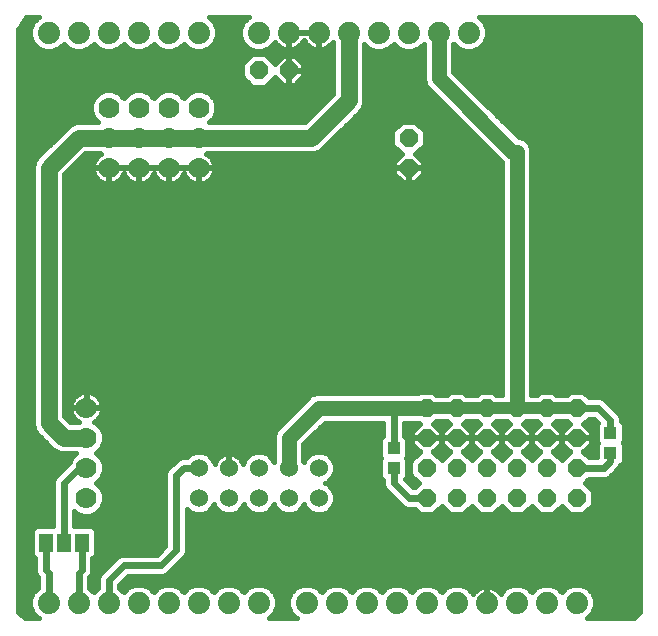
<source format=gbl>
G75*
%MOIN*%
%OFA0B0*%
%FSLAX25Y25*%
%IPPOS*%
%LPD*%
%AMOC8*
5,1,8,0,0,1.08239X$1,22.5*
%
%ADD10C,0.07000*%
%ADD11R,0.04331X0.03937*%
%ADD12R,0.04600X0.06300*%
%ADD13C,0.07400*%
%ADD14OC8,0.06000*%
%ADD15C,0.06000*%
%ADD16C,0.01600*%
%ADD17C,0.02400*%
%ADD18C,0.04000*%
%ADD19C,0.05000*%
%ADD20C,0.05600*%
D10*
X0080095Y0088933D03*
X0080095Y0098933D03*
X0080095Y0108933D03*
X0080095Y0118933D03*
X0087595Y0198933D03*
X0097595Y0198933D03*
X0107595Y0198933D03*
X0117595Y0198933D03*
X0117595Y0208933D03*
X0107595Y0208933D03*
X0097595Y0208933D03*
X0087595Y0208933D03*
X0087595Y0218933D03*
X0097595Y0218933D03*
X0107595Y0218933D03*
X0117595Y0218933D03*
D11*
X0254795Y0110580D03*
X0254795Y0103887D03*
X0182595Y0105580D03*
X0182595Y0098887D03*
D12*
X0078595Y0073983D03*
X0072595Y0073983D03*
X0066595Y0073983D03*
D13*
X0067595Y0053933D03*
X0077595Y0053933D03*
X0087595Y0053933D03*
X0097595Y0053933D03*
X0107595Y0053933D03*
X0117595Y0053933D03*
X0127595Y0053933D03*
X0137595Y0053933D03*
X0153595Y0053933D03*
X0163595Y0053933D03*
X0173595Y0053933D03*
X0183595Y0053933D03*
X0193595Y0053933D03*
X0203595Y0053933D03*
X0213595Y0053933D03*
X0223595Y0053933D03*
X0233595Y0053933D03*
X0243595Y0053933D03*
X0207595Y0243933D03*
X0197595Y0243933D03*
X0187595Y0243933D03*
X0177595Y0243933D03*
X0167595Y0243933D03*
X0157595Y0243933D03*
X0147595Y0243933D03*
X0137595Y0243933D03*
X0117595Y0243933D03*
X0107595Y0243933D03*
X0097595Y0243933D03*
X0087595Y0243933D03*
X0077595Y0243933D03*
X0067595Y0243933D03*
D14*
X0137595Y0231433D03*
X0147595Y0231433D03*
X0187595Y0208933D03*
X0187595Y0198933D03*
X0193595Y0118933D03*
X0193595Y0108933D03*
X0203595Y0108933D03*
X0203595Y0118933D03*
X0213595Y0118933D03*
X0213595Y0108933D03*
X0223595Y0108933D03*
X0233595Y0108933D03*
X0233595Y0118933D03*
X0223595Y0118933D03*
X0243595Y0118933D03*
X0243595Y0108933D03*
X0243595Y0098933D03*
X0233595Y0098933D03*
X0223595Y0098933D03*
X0213595Y0098933D03*
X0203595Y0098933D03*
X0193595Y0098933D03*
X0193595Y0088933D03*
X0203595Y0088933D03*
X0213595Y0088933D03*
X0223595Y0088933D03*
X0233595Y0088933D03*
X0243595Y0088933D03*
D15*
X0157595Y0088933D03*
X0147595Y0088933D03*
X0137595Y0088933D03*
X0127595Y0088933D03*
X0117595Y0088933D03*
X0117595Y0098933D03*
X0127595Y0098933D03*
X0137595Y0098933D03*
X0147595Y0098933D03*
X0157595Y0098933D03*
D16*
X0059583Y0048733D02*
X0057395Y0050921D01*
X0057395Y0244980D01*
X0060164Y0249133D01*
X0064209Y0249133D01*
X0064140Y0249104D01*
X0062424Y0247388D01*
X0061495Y0245146D01*
X0061495Y0242720D01*
X0062424Y0240478D01*
X0064140Y0238762D01*
X0066382Y0237833D01*
X0068809Y0237833D01*
X0071051Y0238762D01*
X0072595Y0240306D01*
X0074140Y0238762D01*
X0076382Y0237833D01*
X0078809Y0237833D01*
X0081051Y0238762D01*
X0082595Y0240306D01*
X0084140Y0238762D01*
X0086382Y0237833D01*
X0088809Y0237833D01*
X0091051Y0238762D01*
X0092595Y0240306D01*
X0094140Y0238762D01*
X0096382Y0237833D01*
X0098809Y0237833D01*
X0101051Y0238762D01*
X0102595Y0240306D01*
X0104140Y0238762D01*
X0106382Y0237833D01*
X0108809Y0237833D01*
X0111051Y0238762D01*
X0112595Y0240306D01*
X0114140Y0238762D01*
X0116382Y0237833D01*
X0118809Y0237833D01*
X0121051Y0238762D01*
X0122766Y0240478D01*
X0123695Y0242720D01*
X0123695Y0245146D01*
X0122766Y0247388D01*
X0121051Y0249104D01*
X0120981Y0249133D01*
X0134209Y0249133D01*
X0134140Y0249104D01*
X0132424Y0247388D01*
X0131495Y0245146D01*
X0131495Y0242720D01*
X0132424Y0240478D01*
X0134140Y0238762D01*
X0136382Y0237833D01*
X0138809Y0237833D01*
X0141051Y0238762D01*
X0142766Y0240478D01*
X0142963Y0240952D01*
X0143400Y0240350D01*
X0144012Y0239738D01*
X0144713Y0239229D01*
X0145484Y0238836D01*
X0146307Y0238569D01*
X0147162Y0238433D01*
X0147395Y0238433D01*
X0147395Y0243733D01*
X0147795Y0243733D01*
X0147795Y0238433D01*
X0148028Y0238433D01*
X0148883Y0238569D01*
X0149706Y0238836D01*
X0150478Y0239229D01*
X0151178Y0239738D01*
X0151790Y0240350D01*
X0152299Y0241050D01*
X0152595Y0241631D01*
X0152891Y0241050D01*
X0153400Y0240350D01*
X0154012Y0239738D01*
X0154713Y0239229D01*
X0155484Y0238836D01*
X0156307Y0238569D01*
X0157162Y0238433D01*
X0157395Y0238433D01*
X0157395Y0243733D01*
X0147795Y0243733D01*
X0147795Y0244133D01*
X0153095Y0244133D01*
X0157395Y0244133D01*
X0157395Y0243733D01*
X0157795Y0243733D01*
X0157795Y0238433D01*
X0158028Y0238433D01*
X0158883Y0238569D01*
X0159706Y0238836D01*
X0160478Y0239229D01*
X0161178Y0239738D01*
X0161790Y0240350D01*
X0162227Y0240952D01*
X0162395Y0240547D01*
X0162395Y0223587D01*
X0152941Y0214133D01*
X0121139Y0214133D01*
X0122597Y0215591D01*
X0123495Y0217759D01*
X0123495Y0220107D01*
X0122597Y0222275D01*
X0120937Y0223935D01*
X0118769Y0224833D01*
X0116422Y0224833D01*
X0114253Y0223935D01*
X0112595Y0222277D01*
X0110937Y0223935D01*
X0108769Y0224833D01*
X0106422Y0224833D01*
X0104253Y0223935D01*
X0102595Y0222277D01*
X0100937Y0223935D01*
X0098769Y0224833D01*
X0096422Y0224833D01*
X0094253Y0223935D01*
X0092595Y0222277D01*
X0090937Y0223935D01*
X0088769Y0224833D01*
X0086422Y0224833D01*
X0084253Y0223935D01*
X0082593Y0222275D01*
X0081695Y0220107D01*
X0081695Y0217759D01*
X0082593Y0215591D01*
X0084051Y0214133D01*
X0076561Y0214133D01*
X0074650Y0213341D01*
X0063187Y0201879D01*
X0062395Y0199967D01*
X0062395Y0112899D01*
X0063187Y0110987D01*
X0068187Y0105988D01*
X0068187Y0105987D01*
X0069650Y0104525D01*
X0071561Y0103733D01*
X0076551Y0103733D01*
X0075093Y0102275D01*
X0074561Y0100990D01*
X0074543Y0100972D01*
X0069543Y0095972D01*
X0068995Y0094649D01*
X0068995Y0079533D01*
X0063818Y0079533D01*
X0062936Y0079168D01*
X0062261Y0078493D01*
X0061895Y0077610D01*
X0061895Y0070356D01*
X0062261Y0069474D01*
X0062936Y0068798D01*
X0062995Y0068774D01*
X0062995Y0064217D01*
X0063543Y0062894D01*
X0063995Y0062442D01*
X0063995Y0058960D01*
X0062424Y0057388D01*
X0061495Y0055146D01*
X0061495Y0052720D01*
X0062424Y0050478D01*
X0064140Y0048762D01*
X0064209Y0048733D01*
X0059583Y0048733D01*
X0058268Y0050048D02*
X0062853Y0050048D01*
X0061940Y0051647D02*
X0057395Y0051647D01*
X0057395Y0053245D02*
X0061495Y0053245D01*
X0061495Y0054844D02*
X0057395Y0054844D01*
X0057395Y0056442D02*
X0062032Y0056442D01*
X0063076Y0058041D02*
X0057395Y0058041D01*
X0057395Y0059639D02*
X0063995Y0059639D01*
X0063995Y0061238D02*
X0057395Y0061238D01*
X0057395Y0062836D02*
X0063601Y0062836D01*
X0062995Y0064435D02*
X0057395Y0064435D01*
X0057395Y0066033D02*
X0062995Y0066033D01*
X0062995Y0067632D02*
X0057395Y0067632D01*
X0057395Y0069230D02*
X0062504Y0069230D01*
X0061895Y0070829D02*
X0057395Y0070829D01*
X0057395Y0072427D02*
X0061895Y0072427D01*
X0061895Y0074026D02*
X0057395Y0074026D01*
X0057395Y0075624D02*
X0061895Y0075624D01*
X0061895Y0077223D02*
X0057395Y0077223D01*
X0057395Y0078821D02*
X0062589Y0078821D01*
X0057395Y0080420D02*
X0068995Y0080420D01*
X0068995Y0082018D02*
X0057395Y0082018D01*
X0057395Y0083617D02*
X0068995Y0083617D01*
X0068995Y0085215D02*
X0057395Y0085215D01*
X0057395Y0086814D02*
X0068995Y0086814D01*
X0068995Y0088412D02*
X0057395Y0088412D01*
X0057395Y0090011D02*
X0068995Y0090011D01*
X0068995Y0091610D02*
X0057395Y0091610D01*
X0057395Y0093208D02*
X0068995Y0093208D01*
X0069060Y0094807D02*
X0057395Y0094807D01*
X0057395Y0096405D02*
X0069976Y0096405D01*
X0071574Y0098004D02*
X0057395Y0098004D01*
X0057395Y0099602D02*
X0073173Y0099602D01*
X0074648Y0101201D02*
X0057395Y0101201D01*
X0057395Y0102799D02*
X0075617Y0102799D01*
X0069956Y0104398D02*
X0057395Y0104398D01*
X0057395Y0105996D02*
X0068178Y0105996D01*
X0066580Y0107595D02*
X0057395Y0107595D01*
X0057395Y0109193D02*
X0064981Y0109193D01*
X0063383Y0110792D02*
X0057395Y0110792D01*
X0057395Y0112390D02*
X0062606Y0112390D01*
X0062395Y0113989D02*
X0057395Y0113989D01*
X0057395Y0115587D02*
X0062395Y0115587D01*
X0062395Y0117186D02*
X0057395Y0117186D01*
X0057395Y0118784D02*
X0062395Y0118784D01*
X0062395Y0120383D02*
X0057395Y0120383D01*
X0057395Y0121981D02*
X0062395Y0121981D01*
X0062395Y0123580D02*
X0057395Y0123580D01*
X0057395Y0125178D02*
X0062395Y0125178D01*
X0062395Y0126777D02*
X0057395Y0126777D01*
X0057395Y0128375D02*
X0062395Y0128375D01*
X0062395Y0129974D02*
X0057395Y0129974D01*
X0057395Y0131572D02*
X0062395Y0131572D01*
X0062395Y0133171D02*
X0057395Y0133171D01*
X0057395Y0134769D02*
X0062395Y0134769D01*
X0062395Y0136368D02*
X0057395Y0136368D01*
X0057395Y0137966D02*
X0062395Y0137966D01*
X0062395Y0139565D02*
X0057395Y0139565D01*
X0057395Y0141163D02*
X0062395Y0141163D01*
X0062395Y0142762D02*
X0057395Y0142762D01*
X0057395Y0144360D02*
X0062395Y0144360D01*
X0062395Y0145959D02*
X0057395Y0145959D01*
X0057395Y0147557D02*
X0062395Y0147557D01*
X0062395Y0149156D02*
X0057395Y0149156D01*
X0057395Y0150754D02*
X0062395Y0150754D01*
X0062395Y0152353D02*
X0057395Y0152353D01*
X0057395Y0153951D02*
X0062395Y0153951D01*
X0062395Y0155550D02*
X0057395Y0155550D01*
X0057395Y0157148D02*
X0062395Y0157148D01*
X0062395Y0158747D02*
X0057395Y0158747D01*
X0057395Y0160345D02*
X0062395Y0160345D01*
X0062395Y0161944D02*
X0057395Y0161944D01*
X0057395Y0163543D02*
X0062395Y0163543D01*
X0062395Y0165141D02*
X0057395Y0165141D01*
X0057395Y0166740D02*
X0062395Y0166740D01*
X0062395Y0168338D02*
X0057395Y0168338D01*
X0057395Y0169937D02*
X0062395Y0169937D01*
X0062395Y0171535D02*
X0057395Y0171535D01*
X0057395Y0173134D02*
X0062395Y0173134D01*
X0062395Y0174732D02*
X0057395Y0174732D01*
X0057395Y0176331D02*
X0062395Y0176331D01*
X0062395Y0177929D02*
X0057395Y0177929D01*
X0057395Y0179528D02*
X0062395Y0179528D01*
X0062395Y0181126D02*
X0057395Y0181126D01*
X0057395Y0182725D02*
X0062395Y0182725D01*
X0062395Y0184323D02*
X0057395Y0184323D01*
X0057395Y0185922D02*
X0062395Y0185922D01*
X0062395Y0187520D02*
X0057395Y0187520D01*
X0057395Y0189119D02*
X0062395Y0189119D01*
X0062395Y0190717D02*
X0057395Y0190717D01*
X0057395Y0192316D02*
X0062395Y0192316D01*
X0062395Y0193914D02*
X0057395Y0193914D01*
X0057395Y0195513D02*
X0062395Y0195513D01*
X0062395Y0197111D02*
X0057395Y0197111D01*
X0057395Y0198710D02*
X0062395Y0198710D01*
X0062536Y0200308D02*
X0057395Y0200308D01*
X0057395Y0201907D02*
X0063215Y0201907D01*
X0064813Y0203505D02*
X0057395Y0203505D01*
X0057395Y0205104D02*
X0066412Y0205104D01*
X0068010Y0206702D02*
X0057395Y0206702D01*
X0057395Y0208301D02*
X0069609Y0208301D01*
X0071208Y0209899D02*
X0057395Y0209899D01*
X0057395Y0211498D02*
X0072806Y0211498D01*
X0074405Y0213096D02*
X0057395Y0213096D01*
X0057395Y0214695D02*
X0083489Y0214695D01*
X0082302Y0216293D02*
X0057395Y0216293D01*
X0057395Y0217892D02*
X0081695Y0217892D01*
X0081695Y0219490D02*
X0057395Y0219490D01*
X0057395Y0221089D02*
X0082102Y0221089D01*
X0083006Y0222687D02*
X0057395Y0222687D01*
X0057395Y0224286D02*
X0085101Y0224286D01*
X0090090Y0224286D02*
X0095101Y0224286D01*
X0093006Y0222687D02*
X0092185Y0222687D01*
X0100090Y0224286D02*
X0105101Y0224286D01*
X0103006Y0222687D02*
X0102185Y0222687D01*
X0110090Y0224286D02*
X0115101Y0224286D01*
X0113006Y0222687D02*
X0112185Y0222687D01*
X0120090Y0224286D02*
X0162395Y0224286D01*
X0162395Y0225884D02*
X0057395Y0225884D01*
X0057395Y0227483D02*
X0133908Y0227483D01*
X0135358Y0226033D02*
X0132195Y0229196D01*
X0132195Y0233670D01*
X0135358Y0236833D01*
X0139832Y0236833D01*
X0142995Y0233670D01*
X0142995Y0233621D01*
X0145607Y0236233D01*
X0147395Y0236233D01*
X0147395Y0231633D01*
X0147795Y0231633D01*
X0147795Y0236233D01*
X0149583Y0236233D01*
X0152395Y0233421D01*
X0152395Y0231633D01*
X0147795Y0231633D01*
X0147795Y0231233D01*
X0147795Y0226633D01*
X0149583Y0226633D01*
X0152395Y0229445D01*
X0152395Y0231233D01*
X0147795Y0231233D01*
X0147395Y0231233D01*
X0147395Y0226633D01*
X0145607Y0226633D01*
X0142995Y0229245D01*
X0142995Y0229196D01*
X0139832Y0226033D01*
X0135358Y0226033D01*
X0132310Y0229081D02*
X0057395Y0229081D01*
X0057395Y0230680D02*
X0132195Y0230680D01*
X0132195Y0232279D02*
X0057395Y0232279D01*
X0057395Y0233877D02*
X0132402Y0233877D01*
X0134001Y0235476D02*
X0057395Y0235476D01*
X0057395Y0237074D02*
X0162395Y0237074D01*
X0162395Y0235476D02*
X0150341Y0235476D01*
X0151939Y0233877D02*
X0162395Y0233877D01*
X0162395Y0232279D02*
X0152395Y0232279D01*
X0152395Y0230680D02*
X0162395Y0230680D01*
X0162395Y0229081D02*
X0152032Y0229081D01*
X0150433Y0227483D02*
X0162395Y0227483D01*
X0161496Y0222687D02*
X0122185Y0222687D01*
X0123088Y0221089D02*
X0159897Y0221089D01*
X0158299Y0219490D02*
X0123495Y0219490D01*
X0123495Y0217892D02*
X0156700Y0217892D01*
X0155102Y0216293D02*
X0122888Y0216293D01*
X0121701Y0214695D02*
X0153503Y0214695D01*
X0160218Y0206702D02*
X0182195Y0206702D01*
X0182195Y0206696D02*
X0185358Y0203533D01*
X0185407Y0203533D01*
X0182795Y0200921D01*
X0182795Y0199133D01*
X0187395Y0199133D01*
X0187395Y0198733D01*
X0182795Y0198733D01*
X0182795Y0196945D01*
X0185607Y0194133D01*
X0187395Y0194133D01*
X0187395Y0198733D01*
X0187795Y0198733D01*
X0187795Y0194133D01*
X0189583Y0194133D01*
X0192395Y0196945D01*
X0192395Y0198733D01*
X0187795Y0198733D01*
X0187795Y0199133D01*
X0192395Y0199133D01*
X0192395Y0200921D01*
X0189783Y0203533D01*
X0189832Y0203533D01*
X0192995Y0206696D01*
X0192995Y0211170D01*
X0189832Y0214333D01*
X0185358Y0214333D01*
X0182195Y0211170D01*
X0182195Y0206696D01*
X0182195Y0208301D02*
X0161817Y0208301D01*
X0163415Y0209899D02*
X0182195Y0209899D01*
X0182523Y0211498D02*
X0165014Y0211498D01*
X0166612Y0213096D02*
X0184122Y0213096D01*
X0191069Y0213096D02*
X0206502Y0213096D01*
X0208101Y0211498D02*
X0192667Y0211498D01*
X0192995Y0209899D02*
X0209699Y0209899D01*
X0211298Y0208301D02*
X0192995Y0208301D01*
X0192995Y0206702D02*
X0212896Y0206702D01*
X0214495Y0205104D02*
X0191403Y0205104D01*
X0189811Y0203505D02*
X0216093Y0203505D01*
X0217692Y0201907D02*
X0191410Y0201907D01*
X0192395Y0200308D02*
X0218695Y0200308D01*
X0218695Y0200903D02*
X0218695Y0123333D01*
X0216832Y0123333D01*
X0215832Y0124333D01*
X0211358Y0124333D01*
X0210358Y0123333D01*
X0206832Y0123333D01*
X0205832Y0124333D01*
X0201358Y0124333D01*
X0200358Y0123333D01*
X0196832Y0123333D01*
X0195832Y0124333D01*
X0191358Y0124333D01*
X0190858Y0123833D01*
X0156620Y0123833D01*
X0154820Y0123087D01*
X0153441Y0121709D01*
X0153441Y0121709D01*
X0143441Y0111709D01*
X0142695Y0109908D01*
X0142695Y0101214D01*
X0142595Y0100973D01*
X0142173Y0101992D01*
X0140654Y0103511D01*
X0138669Y0104333D01*
X0136521Y0104333D01*
X0134536Y0103511D01*
X0133017Y0101992D01*
X0132250Y0100140D01*
X0132043Y0100776D01*
X0131700Y0101449D01*
X0131256Y0102060D01*
X0130722Y0102594D01*
X0130111Y0103038D01*
X0129438Y0103381D01*
X0128719Y0103615D01*
X0127973Y0103733D01*
X0127795Y0103733D01*
X0127795Y0099133D01*
X0127395Y0099133D01*
X0127395Y0103733D01*
X0127217Y0103733D01*
X0126471Y0103615D01*
X0125753Y0103381D01*
X0125079Y0103038D01*
X0124468Y0102594D01*
X0123934Y0102060D01*
X0123490Y0101449D01*
X0123147Y0100776D01*
X0122940Y0100140D01*
X0122173Y0101992D01*
X0120654Y0103511D01*
X0118669Y0104333D01*
X0116521Y0104333D01*
X0114536Y0103511D01*
X0113558Y0102533D01*
X0111879Y0102533D01*
X0110556Y0101985D01*
X0107043Y0098472D01*
X0106495Y0097149D01*
X0106495Y0072924D01*
X0103604Y0070033D01*
X0091879Y0070033D01*
X0090556Y0069485D01*
X0089543Y0068472D01*
X0084543Y0063472D01*
X0083995Y0062149D01*
X0083995Y0058960D01*
X0082595Y0057560D01*
X0081195Y0058960D01*
X0081195Y0062542D01*
X0081647Y0062994D01*
X0082195Y0064317D01*
X0082195Y0068774D01*
X0082255Y0068798D01*
X0082930Y0069474D01*
X0083295Y0070356D01*
X0083295Y0077610D01*
X0082930Y0078493D01*
X0082255Y0079168D01*
X0081373Y0079533D01*
X0076195Y0079533D01*
X0076195Y0084489D01*
X0076753Y0083931D01*
X0078922Y0083033D01*
X0081269Y0083033D01*
X0083437Y0083931D01*
X0085097Y0085591D01*
X0085995Y0087759D01*
X0085995Y0090107D01*
X0085097Y0092275D01*
X0083439Y0093933D01*
X0085097Y0095591D01*
X0085995Y0097759D01*
X0085995Y0100107D01*
X0085097Y0102275D01*
X0083439Y0103933D01*
X0085097Y0105591D01*
X0085995Y0107759D01*
X0085995Y0110107D01*
X0085097Y0112275D01*
X0083437Y0113935D01*
X0082622Y0114272D01*
X0082873Y0114400D01*
X0083548Y0114890D01*
X0084138Y0115480D01*
X0084628Y0116155D01*
X0085007Y0116899D01*
X0085265Y0117692D01*
X0085395Y0118516D01*
X0085395Y0118733D01*
X0080295Y0118733D01*
X0080295Y0119133D01*
X0079895Y0119133D01*
X0079895Y0118733D01*
X0074795Y0118733D01*
X0074795Y0118516D01*
X0074926Y0117692D01*
X0075183Y0116899D01*
X0075562Y0116155D01*
X0076053Y0115480D01*
X0076642Y0114890D01*
X0077317Y0114400D01*
X0077568Y0114272D01*
X0077232Y0114133D01*
X0074749Y0114133D01*
X0072795Y0116087D01*
X0072795Y0196779D01*
X0079749Y0203733D01*
X0084732Y0203733D01*
X0085068Y0203594D01*
X0084817Y0203466D01*
X0084142Y0202976D01*
X0083553Y0202386D01*
X0083062Y0201711D01*
X0082683Y0200968D01*
X0082426Y0200174D01*
X0082295Y0199350D01*
X0082295Y0199133D01*
X0087395Y0199133D01*
X0087395Y0198733D01*
X0082295Y0198733D01*
X0082295Y0198516D01*
X0082426Y0197692D01*
X0082683Y0196899D01*
X0083062Y0196155D01*
X0083553Y0195480D01*
X0084142Y0194890D01*
X0084817Y0194400D01*
X0085561Y0194021D01*
X0086354Y0193764D01*
X0087178Y0193633D01*
X0087395Y0193633D01*
X0087395Y0198733D01*
X0087795Y0198733D01*
X0087795Y0193633D01*
X0088012Y0193633D01*
X0088836Y0193764D01*
X0089630Y0194021D01*
X0090373Y0194400D01*
X0091048Y0194890D01*
X0091638Y0195480D01*
X0092128Y0196155D01*
X0092507Y0196899D01*
X0092595Y0197170D01*
X0092683Y0196899D01*
X0093062Y0196155D01*
X0093553Y0195480D01*
X0094142Y0194890D01*
X0094817Y0194400D01*
X0095561Y0194021D01*
X0096354Y0193764D01*
X0097178Y0193633D01*
X0097395Y0193633D01*
X0097395Y0198733D01*
X0087795Y0198733D01*
X0087795Y0199133D01*
X0092895Y0199133D01*
X0097395Y0199133D01*
X0097395Y0198733D01*
X0097795Y0198733D01*
X0097795Y0193633D01*
X0098012Y0193633D01*
X0098836Y0193764D01*
X0099630Y0194021D01*
X0100373Y0194400D01*
X0101048Y0194890D01*
X0101638Y0195480D01*
X0102128Y0196155D01*
X0102507Y0196899D01*
X0102595Y0197170D01*
X0102683Y0196899D01*
X0103062Y0196155D01*
X0103553Y0195480D01*
X0104142Y0194890D01*
X0104817Y0194400D01*
X0105561Y0194021D01*
X0106354Y0193764D01*
X0107178Y0193633D01*
X0107395Y0193633D01*
X0107395Y0198733D01*
X0097795Y0198733D01*
X0097795Y0199133D01*
X0102895Y0199133D01*
X0107395Y0199133D01*
X0107395Y0198733D01*
X0107795Y0198733D01*
X0107795Y0193633D01*
X0108012Y0193633D01*
X0108836Y0193764D01*
X0109630Y0194021D01*
X0110373Y0194400D01*
X0111048Y0194890D01*
X0111638Y0195480D01*
X0112128Y0196155D01*
X0112507Y0196899D01*
X0112595Y0197170D01*
X0112683Y0196899D01*
X0113062Y0196155D01*
X0113553Y0195480D01*
X0114142Y0194890D01*
X0114817Y0194400D01*
X0115561Y0194021D01*
X0116354Y0193764D01*
X0117178Y0193633D01*
X0117395Y0193633D01*
X0117395Y0198733D01*
X0107795Y0198733D01*
X0107795Y0199133D01*
X0112895Y0199133D01*
X0117395Y0199133D01*
X0117395Y0198733D01*
X0117795Y0198733D01*
X0117795Y0193633D01*
X0118012Y0193633D01*
X0118836Y0193764D01*
X0119630Y0194021D01*
X0120373Y0194400D01*
X0121048Y0194890D01*
X0121638Y0195480D01*
X0122128Y0196155D01*
X0122507Y0196899D01*
X0122765Y0197692D01*
X0122895Y0198516D01*
X0122895Y0198733D01*
X0117795Y0198733D01*
X0117795Y0199133D01*
X0122895Y0199133D01*
X0122895Y0199350D01*
X0122765Y0200174D01*
X0122507Y0200968D01*
X0122128Y0201711D01*
X0121638Y0202386D01*
X0121048Y0202976D01*
X0120373Y0203466D01*
X0120122Y0203594D01*
X0120459Y0203733D01*
X0156129Y0203733D01*
X0158041Y0204525D01*
X0159503Y0205987D01*
X0170541Y0217025D01*
X0172003Y0218487D01*
X0172795Y0220399D01*
X0172795Y0240106D01*
X0174140Y0238762D01*
X0176382Y0237833D01*
X0178809Y0237833D01*
X0181051Y0238762D01*
X0182595Y0240306D01*
X0184140Y0238762D01*
X0186382Y0237833D01*
X0188809Y0237833D01*
X0191051Y0238762D01*
X0192595Y0240306D01*
X0192695Y0240206D01*
X0192695Y0227958D01*
X0193441Y0226157D01*
X0218041Y0201557D01*
X0218695Y0200903D01*
X0218695Y0198710D02*
X0192395Y0198710D01*
X0192395Y0197111D02*
X0218695Y0197111D01*
X0218695Y0195513D02*
X0190963Y0195513D01*
X0187795Y0195513D02*
X0187395Y0195513D01*
X0187395Y0197111D02*
X0187795Y0197111D01*
X0187795Y0198710D02*
X0187395Y0198710D01*
X0184227Y0195513D02*
X0121661Y0195513D01*
X0122576Y0197111D02*
X0182795Y0197111D01*
X0182795Y0198710D02*
X0122895Y0198710D01*
X0122721Y0200308D02*
X0182795Y0200308D01*
X0183781Y0201907D02*
X0121986Y0201907D01*
X0120296Y0203505D02*
X0185379Y0203505D01*
X0183788Y0205104D02*
X0158620Y0205104D01*
X0168211Y0214695D02*
X0204904Y0214695D01*
X0203305Y0216293D02*
X0169809Y0216293D01*
X0171408Y0217892D02*
X0201707Y0217892D01*
X0200108Y0219490D02*
X0172419Y0219490D01*
X0172795Y0221089D02*
X0198510Y0221089D01*
X0196911Y0222687D02*
X0172795Y0222687D01*
X0172795Y0224286D02*
X0195313Y0224286D01*
X0193714Y0225884D02*
X0172795Y0225884D01*
X0172795Y0227483D02*
X0192892Y0227483D01*
X0192695Y0229081D02*
X0172795Y0229081D01*
X0172795Y0230680D02*
X0192695Y0230680D01*
X0192695Y0232279D02*
X0172795Y0232279D01*
X0172795Y0233877D02*
X0192695Y0233877D01*
X0192695Y0235476D02*
X0172795Y0235476D01*
X0172795Y0237074D02*
X0192695Y0237074D01*
X0192695Y0238673D02*
X0190835Y0238673D01*
X0192560Y0240271D02*
X0192630Y0240271D01*
X0202495Y0240206D02*
X0202595Y0240306D01*
X0204140Y0238762D01*
X0206382Y0237833D01*
X0208809Y0237833D01*
X0211051Y0238762D01*
X0212766Y0240478D01*
X0213695Y0242720D01*
X0213695Y0245146D01*
X0212766Y0247388D01*
X0211051Y0249104D01*
X0210981Y0249133D01*
X0262607Y0249133D01*
X0264795Y0246945D01*
X0264795Y0050921D01*
X0262607Y0048733D01*
X0246981Y0048733D01*
X0247051Y0048762D01*
X0248766Y0050478D01*
X0249695Y0052720D01*
X0249695Y0055146D01*
X0248766Y0057388D01*
X0247051Y0059104D01*
X0244809Y0060033D01*
X0242382Y0060033D01*
X0240140Y0059104D01*
X0238595Y0057560D01*
X0237051Y0059104D01*
X0234809Y0060033D01*
X0232382Y0060033D01*
X0230140Y0059104D01*
X0228595Y0057560D01*
X0227051Y0059104D01*
X0224809Y0060033D01*
X0222382Y0060033D01*
X0220140Y0059104D01*
X0218424Y0057388D01*
X0218227Y0056914D01*
X0217790Y0057516D01*
X0217178Y0058128D01*
X0216478Y0058637D01*
X0215706Y0059030D01*
X0214883Y0059298D01*
X0214028Y0059433D01*
X0213795Y0059433D01*
X0213795Y0054133D01*
X0213395Y0054133D01*
X0213395Y0059433D01*
X0213162Y0059433D01*
X0212307Y0059298D01*
X0211484Y0059030D01*
X0210712Y0058637D01*
X0210012Y0058128D01*
X0209400Y0057516D01*
X0208963Y0056914D01*
X0208766Y0057388D01*
X0207051Y0059104D01*
X0204809Y0060033D01*
X0202382Y0060033D01*
X0200140Y0059104D01*
X0198595Y0057560D01*
X0197051Y0059104D01*
X0194809Y0060033D01*
X0192382Y0060033D01*
X0190140Y0059104D01*
X0188595Y0057560D01*
X0187051Y0059104D01*
X0184809Y0060033D01*
X0182382Y0060033D01*
X0180140Y0059104D01*
X0178595Y0057560D01*
X0177051Y0059104D01*
X0174809Y0060033D01*
X0172382Y0060033D01*
X0170140Y0059104D01*
X0168595Y0057560D01*
X0167051Y0059104D01*
X0164809Y0060033D01*
X0162382Y0060033D01*
X0160140Y0059104D01*
X0158595Y0057560D01*
X0157051Y0059104D01*
X0154809Y0060033D01*
X0152382Y0060033D01*
X0150140Y0059104D01*
X0148424Y0057388D01*
X0147495Y0055146D01*
X0147495Y0052720D01*
X0148424Y0050478D01*
X0150140Y0048762D01*
X0150209Y0048733D01*
X0140981Y0048733D01*
X0141051Y0048762D01*
X0142766Y0050478D01*
X0143695Y0052720D01*
X0143695Y0055146D01*
X0142766Y0057388D01*
X0141051Y0059104D01*
X0138809Y0060033D01*
X0136382Y0060033D01*
X0134140Y0059104D01*
X0132595Y0057560D01*
X0131051Y0059104D01*
X0128809Y0060033D01*
X0126382Y0060033D01*
X0124140Y0059104D01*
X0122595Y0057560D01*
X0121051Y0059104D01*
X0118809Y0060033D01*
X0116382Y0060033D01*
X0114140Y0059104D01*
X0112595Y0057560D01*
X0111051Y0059104D01*
X0108809Y0060033D01*
X0106382Y0060033D01*
X0104140Y0059104D01*
X0102595Y0057560D01*
X0101051Y0059104D01*
X0098809Y0060033D01*
X0096382Y0060033D01*
X0094140Y0059104D01*
X0092595Y0057560D01*
X0091195Y0058960D01*
X0091195Y0059942D01*
X0094086Y0062833D01*
X0105811Y0062833D01*
X0107134Y0063381D01*
X0112134Y0068381D01*
X0113147Y0069394D01*
X0113695Y0070717D01*
X0113695Y0085196D01*
X0114536Y0084355D01*
X0116521Y0083533D01*
X0118669Y0083533D01*
X0120654Y0084355D01*
X0122173Y0085874D01*
X0122595Y0086893D01*
X0123017Y0085874D01*
X0124536Y0084355D01*
X0126521Y0083533D01*
X0128669Y0083533D01*
X0130654Y0084355D01*
X0132173Y0085874D01*
X0132595Y0086893D01*
X0133017Y0085874D01*
X0134536Y0084355D01*
X0136521Y0083533D01*
X0138669Y0083533D01*
X0140654Y0084355D01*
X0142173Y0085874D01*
X0142595Y0086893D01*
X0143017Y0085874D01*
X0144536Y0084355D01*
X0146521Y0083533D01*
X0148669Y0083533D01*
X0150654Y0084355D01*
X0152173Y0085874D01*
X0152595Y0086893D01*
X0153017Y0085874D01*
X0154536Y0084355D01*
X0156521Y0083533D01*
X0158669Y0083533D01*
X0160654Y0084355D01*
X0162173Y0085874D01*
X0162995Y0087859D01*
X0162995Y0090007D01*
X0162173Y0091992D01*
X0160654Y0093511D01*
X0159635Y0093933D01*
X0160654Y0094355D01*
X0162173Y0095874D01*
X0162995Y0097859D01*
X0162995Y0100007D01*
X0162173Y0101992D01*
X0160654Y0103511D01*
X0158669Y0104333D01*
X0156521Y0104333D01*
X0154536Y0103511D01*
X0153017Y0101992D01*
X0152595Y0100973D01*
X0152495Y0101214D01*
X0152495Y0106903D01*
X0159625Y0114033D01*
X0178995Y0114033D01*
X0178995Y0109507D01*
X0178395Y0108908D01*
X0178030Y0108025D01*
X0178030Y0103134D01*
X0178395Y0102252D01*
X0178414Y0102233D01*
X0178395Y0102215D01*
X0178030Y0101333D01*
X0178030Y0096441D01*
X0178395Y0095559D01*
X0178995Y0094959D01*
X0178995Y0093217D01*
X0179543Y0091894D01*
X0184543Y0086894D01*
X0185556Y0085881D01*
X0186879Y0085333D01*
X0189558Y0085333D01*
X0191358Y0083533D01*
X0195832Y0083533D01*
X0198595Y0086296D01*
X0201358Y0083533D01*
X0205832Y0083533D01*
X0208595Y0086296D01*
X0211358Y0083533D01*
X0215832Y0083533D01*
X0218595Y0086296D01*
X0221358Y0083533D01*
X0225832Y0083533D01*
X0228595Y0086296D01*
X0231358Y0083533D01*
X0235832Y0083533D01*
X0238595Y0086296D01*
X0241358Y0083533D01*
X0245832Y0083533D01*
X0248995Y0086696D01*
X0248995Y0091170D01*
X0246232Y0093933D01*
X0247632Y0095333D01*
X0253311Y0095333D01*
X0254634Y0095881D01*
X0255647Y0096894D01*
X0257847Y0099094D01*
X0258144Y0099811D01*
X0258320Y0099883D01*
X0258995Y0100559D01*
X0259360Y0101441D01*
X0259360Y0106333D01*
X0258995Y0107215D01*
X0258977Y0107233D01*
X0258995Y0107252D01*
X0259360Y0108134D01*
X0259360Y0113025D01*
X0258995Y0113908D01*
X0258395Y0114507D01*
X0258395Y0115649D01*
X0257847Y0116972D01*
X0256834Y0117985D01*
X0252834Y0121985D01*
X0251511Y0122533D01*
X0247632Y0122533D01*
X0245832Y0124333D01*
X0241358Y0124333D01*
X0240358Y0123333D01*
X0236832Y0123333D01*
X0235832Y0124333D01*
X0231358Y0124333D01*
X0230358Y0123333D01*
X0228495Y0123333D01*
X0228495Y0205308D01*
X0227749Y0207109D01*
X0226371Y0208487D01*
X0224570Y0209233D01*
X0224225Y0209233D01*
X0202495Y0230963D01*
X0202495Y0240206D01*
X0202560Y0240271D02*
X0202630Y0240271D01*
X0202495Y0238673D02*
X0204355Y0238673D01*
X0202495Y0237074D02*
X0264795Y0237074D01*
X0264795Y0235476D02*
X0202495Y0235476D01*
X0202495Y0233877D02*
X0264795Y0233877D01*
X0264795Y0232279D02*
X0202495Y0232279D01*
X0202778Y0230680D02*
X0264795Y0230680D01*
X0264795Y0229081D02*
X0204376Y0229081D01*
X0205975Y0227483D02*
X0264795Y0227483D01*
X0264795Y0225884D02*
X0207573Y0225884D01*
X0209172Y0224286D02*
X0264795Y0224286D01*
X0264795Y0222687D02*
X0210770Y0222687D01*
X0212369Y0221089D02*
X0264795Y0221089D01*
X0264795Y0219490D02*
X0213967Y0219490D01*
X0215566Y0217892D02*
X0264795Y0217892D01*
X0264795Y0216293D02*
X0217164Y0216293D01*
X0218763Y0214695D02*
X0264795Y0214695D01*
X0264795Y0213096D02*
X0220361Y0213096D01*
X0221960Y0211498D02*
X0264795Y0211498D01*
X0264795Y0209899D02*
X0223558Y0209899D01*
X0226557Y0208301D02*
X0264795Y0208301D01*
X0264795Y0206702D02*
X0227917Y0206702D01*
X0228495Y0205104D02*
X0264795Y0205104D01*
X0264795Y0203505D02*
X0228495Y0203505D01*
X0228495Y0201907D02*
X0264795Y0201907D01*
X0264795Y0200308D02*
X0228495Y0200308D01*
X0228495Y0198710D02*
X0264795Y0198710D01*
X0264795Y0197111D02*
X0228495Y0197111D01*
X0228495Y0195513D02*
X0264795Y0195513D01*
X0264795Y0193914D02*
X0228495Y0193914D01*
X0228495Y0192316D02*
X0264795Y0192316D01*
X0264795Y0190717D02*
X0228495Y0190717D01*
X0228495Y0189119D02*
X0264795Y0189119D01*
X0264795Y0187520D02*
X0228495Y0187520D01*
X0228495Y0185922D02*
X0264795Y0185922D01*
X0264795Y0184323D02*
X0228495Y0184323D01*
X0228495Y0182725D02*
X0264795Y0182725D01*
X0264795Y0181126D02*
X0228495Y0181126D01*
X0228495Y0179528D02*
X0264795Y0179528D01*
X0264795Y0177929D02*
X0228495Y0177929D01*
X0228495Y0176331D02*
X0264795Y0176331D01*
X0264795Y0174732D02*
X0228495Y0174732D01*
X0228495Y0173134D02*
X0264795Y0173134D01*
X0264795Y0171535D02*
X0228495Y0171535D01*
X0228495Y0169937D02*
X0264795Y0169937D01*
X0264795Y0168338D02*
X0228495Y0168338D01*
X0228495Y0166740D02*
X0264795Y0166740D01*
X0264795Y0165141D02*
X0228495Y0165141D01*
X0228495Y0163543D02*
X0264795Y0163543D01*
X0264795Y0161944D02*
X0228495Y0161944D01*
X0228495Y0160345D02*
X0264795Y0160345D01*
X0264795Y0158747D02*
X0228495Y0158747D01*
X0228495Y0157148D02*
X0264795Y0157148D01*
X0264795Y0155550D02*
X0228495Y0155550D01*
X0228495Y0153951D02*
X0264795Y0153951D01*
X0264795Y0152353D02*
X0228495Y0152353D01*
X0228495Y0150754D02*
X0264795Y0150754D01*
X0264795Y0149156D02*
X0228495Y0149156D01*
X0228495Y0147557D02*
X0264795Y0147557D01*
X0264795Y0145959D02*
X0228495Y0145959D01*
X0228495Y0144360D02*
X0264795Y0144360D01*
X0264795Y0142762D02*
X0228495Y0142762D01*
X0228495Y0141163D02*
X0264795Y0141163D01*
X0264795Y0139565D02*
X0228495Y0139565D01*
X0228495Y0137966D02*
X0264795Y0137966D01*
X0264795Y0136368D02*
X0228495Y0136368D01*
X0228495Y0134769D02*
X0264795Y0134769D01*
X0264795Y0133171D02*
X0228495Y0133171D01*
X0228495Y0131572D02*
X0264795Y0131572D01*
X0264795Y0129974D02*
X0228495Y0129974D01*
X0228495Y0128375D02*
X0264795Y0128375D01*
X0264795Y0126777D02*
X0228495Y0126777D01*
X0228495Y0125178D02*
X0264795Y0125178D01*
X0264795Y0123580D02*
X0246585Y0123580D01*
X0240605Y0123580D02*
X0236585Y0123580D01*
X0230605Y0123580D02*
X0228495Y0123580D01*
X0226832Y0114533D02*
X0230358Y0114533D01*
X0231358Y0113533D01*
X0231407Y0113533D01*
X0228795Y0110921D01*
X0228795Y0109133D01*
X0233395Y0109133D01*
X0233395Y0108733D01*
X0228795Y0108733D01*
X0228795Y0106945D01*
X0231407Y0104333D01*
X0231358Y0104333D01*
X0228595Y0101570D01*
X0225832Y0104333D01*
X0225783Y0104333D01*
X0228395Y0106945D01*
X0228395Y0108733D01*
X0223795Y0108733D01*
X0223795Y0109133D01*
X0228395Y0109133D01*
X0228395Y0110921D01*
X0225783Y0113533D01*
X0225832Y0113533D01*
X0226832Y0114533D01*
X0226287Y0113989D02*
X0230903Y0113989D01*
X0230264Y0112390D02*
X0226926Y0112390D01*
X0228395Y0110792D02*
X0228795Y0110792D01*
X0228795Y0109193D02*
X0228395Y0109193D01*
X0228395Y0107595D02*
X0228795Y0107595D01*
X0229744Y0105996D02*
X0227446Y0105996D01*
X0225848Y0104398D02*
X0231342Y0104398D01*
X0229824Y0102799D02*
X0227366Y0102799D01*
X0221407Y0104333D02*
X0221358Y0104333D01*
X0218595Y0101570D01*
X0215832Y0104333D01*
X0215783Y0104333D01*
X0218395Y0106945D01*
X0218395Y0108733D01*
X0213795Y0108733D01*
X0213795Y0109133D01*
X0218395Y0109133D01*
X0218395Y0110921D01*
X0215783Y0113533D01*
X0215832Y0113533D01*
X0216832Y0114533D01*
X0220358Y0114533D01*
X0221358Y0113533D01*
X0221407Y0113533D01*
X0218795Y0110921D01*
X0218795Y0109133D01*
X0223395Y0109133D01*
X0223395Y0108733D01*
X0218795Y0108733D01*
X0218795Y0106945D01*
X0221407Y0104333D01*
X0221342Y0104398D02*
X0215848Y0104398D01*
X0217366Y0102799D02*
X0219824Y0102799D01*
X0219744Y0105996D02*
X0217446Y0105996D01*
X0218395Y0107595D02*
X0218795Y0107595D01*
X0218795Y0109193D02*
X0218395Y0109193D01*
X0218395Y0110792D02*
X0218795Y0110792D01*
X0220264Y0112390D02*
X0216926Y0112390D01*
X0216287Y0113989D02*
X0220903Y0113989D01*
X0213395Y0109133D02*
X0213395Y0108733D01*
X0208795Y0108733D01*
X0208795Y0106945D01*
X0211407Y0104333D01*
X0211358Y0104333D01*
X0208595Y0101570D01*
X0205832Y0104333D01*
X0205783Y0104333D01*
X0208395Y0106945D01*
X0208395Y0108733D01*
X0203795Y0108733D01*
X0203795Y0109133D01*
X0208395Y0109133D01*
X0208395Y0110921D01*
X0205783Y0113533D01*
X0205832Y0113533D01*
X0206832Y0114533D01*
X0210358Y0114533D01*
X0211358Y0113533D01*
X0211407Y0113533D01*
X0208795Y0110921D01*
X0208795Y0109133D01*
X0213395Y0109133D01*
X0210264Y0112390D02*
X0206926Y0112390D01*
X0206287Y0113989D02*
X0210903Y0113989D01*
X0208795Y0110792D02*
X0208395Y0110792D01*
X0208395Y0109193D02*
X0208795Y0109193D01*
X0208795Y0107595D02*
X0208395Y0107595D01*
X0207446Y0105996D02*
X0209744Y0105996D01*
X0211342Y0104398D02*
X0205848Y0104398D01*
X0207366Y0102799D02*
X0209824Y0102799D01*
X0203395Y0108733D02*
X0198795Y0108733D01*
X0198795Y0106945D01*
X0201407Y0104333D01*
X0201358Y0104333D01*
X0198595Y0101570D01*
X0195832Y0104333D01*
X0195783Y0104333D01*
X0198395Y0106945D01*
X0198395Y0108733D01*
X0193795Y0108733D01*
X0193795Y0109133D01*
X0198395Y0109133D01*
X0198395Y0110921D01*
X0195783Y0113533D01*
X0195832Y0113533D01*
X0196832Y0114533D01*
X0200358Y0114533D01*
X0201358Y0113533D01*
X0201407Y0113533D01*
X0198795Y0110921D01*
X0198795Y0109133D01*
X0203395Y0109133D01*
X0203395Y0108733D01*
X0199744Y0105996D02*
X0197446Y0105996D01*
X0198395Y0107595D02*
X0198795Y0107595D01*
X0198795Y0109193D02*
X0198395Y0109193D01*
X0198395Y0110792D02*
X0198795Y0110792D01*
X0200264Y0112390D02*
X0196926Y0112390D01*
X0196287Y0113989D02*
X0200903Y0113989D01*
X0193395Y0109133D02*
X0193395Y0108733D01*
X0188795Y0108733D01*
X0188795Y0106945D01*
X0191407Y0104333D01*
X0191358Y0104333D01*
X0188195Y0101170D01*
X0188195Y0096696D01*
X0190958Y0093933D01*
X0189558Y0092533D01*
X0189086Y0092533D01*
X0186428Y0095191D01*
X0186795Y0095559D01*
X0187160Y0096441D01*
X0187160Y0101333D01*
X0186795Y0102215D01*
X0186777Y0102233D01*
X0186795Y0102252D01*
X0187160Y0103134D01*
X0187160Y0108025D01*
X0186795Y0108908D01*
X0186195Y0109507D01*
X0186195Y0114033D01*
X0190858Y0114033D01*
X0191358Y0113533D01*
X0191407Y0113533D01*
X0188795Y0110921D01*
X0188795Y0109133D01*
X0193395Y0109133D01*
X0190264Y0112390D02*
X0186195Y0112390D01*
X0186195Y0110792D02*
X0188795Y0110792D01*
X0188795Y0109193D02*
X0186509Y0109193D01*
X0187160Y0107595D02*
X0188795Y0107595D01*
X0189744Y0105996D02*
X0187160Y0105996D01*
X0187160Y0104398D02*
X0191342Y0104398D01*
X0189824Y0102799D02*
X0187022Y0102799D01*
X0187160Y0101201D02*
X0188226Y0101201D01*
X0188195Y0099602D02*
X0187160Y0099602D01*
X0187160Y0098004D02*
X0188195Y0098004D01*
X0188486Y0096405D02*
X0187146Y0096405D01*
X0186813Y0094807D02*
X0190085Y0094807D01*
X0190233Y0093208D02*
X0188411Y0093208D01*
X0183025Y0088412D02*
X0162995Y0088412D01*
X0162994Y0090011D02*
X0181426Y0090011D01*
X0179828Y0091610D02*
X0162331Y0091610D01*
X0160957Y0093208D02*
X0178999Y0093208D01*
X0178995Y0094807D02*
X0161105Y0094807D01*
X0162393Y0096405D02*
X0178045Y0096405D01*
X0178030Y0098004D02*
X0162995Y0098004D01*
X0162995Y0099602D02*
X0178030Y0099602D01*
X0178030Y0101201D02*
X0162501Y0101201D01*
X0161366Y0102799D02*
X0178168Y0102799D01*
X0178030Y0104398D02*
X0152495Y0104398D01*
X0152495Y0105996D02*
X0178030Y0105996D01*
X0178030Y0107595D02*
X0153186Y0107595D01*
X0154785Y0109193D02*
X0178681Y0109193D01*
X0178995Y0110792D02*
X0156383Y0110792D01*
X0157982Y0112390D02*
X0178995Y0112390D01*
X0178995Y0113989D02*
X0159580Y0113989D01*
X0152115Y0120383D02*
X0085197Y0120383D01*
X0085265Y0120174D02*
X0085007Y0120968D01*
X0084628Y0121711D01*
X0084138Y0122386D01*
X0083548Y0122976D01*
X0082873Y0123466D01*
X0082130Y0123845D01*
X0081336Y0124103D01*
X0080512Y0124233D01*
X0080295Y0124233D01*
X0080295Y0119133D01*
X0085395Y0119133D01*
X0085395Y0119350D01*
X0085265Y0120174D01*
X0084432Y0121981D02*
X0153714Y0121981D01*
X0156009Y0123580D02*
X0082650Y0123580D01*
X0080295Y0123580D02*
X0079895Y0123580D01*
X0079895Y0124233D02*
X0079678Y0124233D01*
X0078854Y0124103D01*
X0078061Y0123845D01*
X0077317Y0123466D01*
X0076642Y0122976D01*
X0076053Y0122386D01*
X0075562Y0121711D01*
X0075183Y0120968D01*
X0074926Y0120174D01*
X0074795Y0119350D01*
X0074795Y0119133D01*
X0079895Y0119133D01*
X0079895Y0124233D01*
X0079895Y0121981D02*
X0080295Y0121981D01*
X0080295Y0120383D02*
X0079895Y0120383D01*
X0079895Y0118784D02*
X0072795Y0118784D01*
X0072795Y0117186D02*
X0075090Y0117186D01*
X0075975Y0115587D02*
X0073295Y0115587D01*
X0072795Y0120383D02*
X0074993Y0120383D01*
X0075759Y0121981D02*
X0072795Y0121981D01*
X0072795Y0123580D02*
X0077541Y0123580D01*
X0072795Y0125178D02*
X0218695Y0125178D01*
X0218695Y0123580D02*
X0216585Y0123580D01*
X0218695Y0126777D02*
X0072795Y0126777D01*
X0072795Y0128375D02*
X0218695Y0128375D01*
X0218695Y0129974D02*
X0072795Y0129974D01*
X0072795Y0131572D02*
X0218695Y0131572D01*
X0218695Y0133171D02*
X0072795Y0133171D01*
X0072795Y0134769D02*
X0218695Y0134769D01*
X0218695Y0136368D02*
X0072795Y0136368D01*
X0072795Y0137966D02*
X0218695Y0137966D01*
X0218695Y0139565D02*
X0072795Y0139565D01*
X0072795Y0141163D02*
X0218695Y0141163D01*
X0218695Y0142762D02*
X0072795Y0142762D01*
X0072795Y0144360D02*
X0218695Y0144360D01*
X0218695Y0145959D02*
X0072795Y0145959D01*
X0072795Y0147557D02*
X0218695Y0147557D01*
X0218695Y0149156D02*
X0072795Y0149156D01*
X0072795Y0150754D02*
X0218695Y0150754D01*
X0218695Y0152353D02*
X0072795Y0152353D01*
X0072795Y0153951D02*
X0218695Y0153951D01*
X0218695Y0155550D02*
X0072795Y0155550D01*
X0072795Y0157148D02*
X0218695Y0157148D01*
X0218695Y0158747D02*
X0072795Y0158747D01*
X0072795Y0160345D02*
X0218695Y0160345D01*
X0218695Y0161944D02*
X0072795Y0161944D01*
X0072795Y0163543D02*
X0218695Y0163543D01*
X0218695Y0165141D02*
X0072795Y0165141D01*
X0072795Y0166740D02*
X0218695Y0166740D01*
X0218695Y0168338D02*
X0072795Y0168338D01*
X0072795Y0169937D02*
X0218695Y0169937D01*
X0218695Y0171535D02*
X0072795Y0171535D01*
X0072795Y0173134D02*
X0218695Y0173134D01*
X0218695Y0174732D02*
X0072795Y0174732D01*
X0072795Y0176331D02*
X0218695Y0176331D01*
X0218695Y0177929D02*
X0072795Y0177929D01*
X0072795Y0179528D02*
X0218695Y0179528D01*
X0218695Y0181126D02*
X0072795Y0181126D01*
X0072795Y0182725D02*
X0218695Y0182725D01*
X0218695Y0184323D02*
X0072795Y0184323D01*
X0072795Y0185922D02*
X0218695Y0185922D01*
X0218695Y0187520D02*
X0072795Y0187520D01*
X0072795Y0189119D02*
X0218695Y0189119D01*
X0218695Y0190717D02*
X0072795Y0190717D01*
X0072795Y0192316D02*
X0218695Y0192316D01*
X0218695Y0193914D02*
X0119300Y0193914D01*
X0117795Y0193914D02*
X0117395Y0193914D01*
X0115890Y0193914D02*
X0109300Y0193914D01*
X0107795Y0193914D02*
X0107395Y0193914D01*
X0105890Y0193914D02*
X0099300Y0193914D01*
X0097795Y0193914D02*
X0097395Y0193914D01*
X0095890Y0193914D02*
X0089300Y0193914D01*
X0087795Y0193914D02*
X0087395Y0193914D01*
X0085890Y0193914D02*
X0072795Y0193914D01*
X0072795Y0195513D02*
X0083529Y0195513D01*
X0082614Y0197111D02*
X0073127Y0197111D01*
X0074726Y0198710D02*
X0082295Y0198710D01*
X0082469Y0200308D02*
X0076324Y0200308D01*
X0077923Y0201907D02*
X0083205Y0201907D01*
X0084894Y0203505D02*
X0079521Y0203505D01*
X0087395Y0198710D02*
X0087795Y0198710D01*
X0087795Y0197111D02*
X0087395Y0197111D01*
X0087395Y0195513D02*
X0087795Y0195513D01*
X0091661Y0195513D02*
X0093529Y0195513D01*
X0092614Y0197111D02*
X0092576Y0197111D01*
X0097395Y0197111D02*
X0097795Y0197111D01*
X0097795Y0195513D02*
X0097395Y0195513D01*
X0097395Y0198710D02*
X0097795Y0198710D01*
X0101661Y0195513D02*
X0103529Y0195513D01*
X0102614Y0197111D02*
X0102576Y0197111D01*
X0107395Y0197111D02*
X0107795Y0197111D01*
X0107795Y0195513D02*
X0107395Y0195513D01*
X0107395Y0198710D02*
X0107795Y0198710D01*
X0111661Y0195513D02*
X0113529Y0195513D01*
X0112614Y0197111D02*
X0112576Y0197111D01*
X0117395Y0197111D02*
X0117795Y0197111D01*
X0117795Y0195513D02*
X0117395Y0195513D01*
X0117395Y0198710D02*
X0117795Y0198710D01*
X0141282Y0227483D02*
X0144757Y0227483D01*
X0143159Y0229081D02*
X0142880Y0229081D01*
X0147395Y0229081D02*
X0147795Y0229081D01*
X0147795Y0227483D02*
X0147395Y0227483D01*
X0147395Y0230680D02*
X0147795Y0230680D01*
X0147795Y0232279D02*
X0147395Y0232279D01*
X0147395Y0233877D02*
X0147795Y0233877D01*
X0147795Y0235476D02*
X0147395Y0235476D01*
X0144849Y0235476D02*
X0141189Y0235476D01*
X0142788Y0233877D02*
X0143251Y0233877D01*
X0140835Y0238673D02*
X0145987Y0238673D01*
X0147395Y0238673D02*
X0147795Y0238673D01*
X0149203Y0238673D02*
X0155987Y0238673D01*
X0157395Y0238673D02*
X0157795Y0238673D01*
X0159203Y0238673D02*
X0162395Y0238673D01*
X0162395Y0240271D02*
X0161711Y0240271D01*
X0157795Y0240271D02*
X0157395Y0240271D01*
X0157395Y0241870D02*
X0157795Y0241870D01*
X0157795Y0243468D02*
X0157395Y0243468D01*
X0153479Y0240271D02*
X0151711Y0240271D01*
X0147795Y0240271D02*
X0147395Y0240271D01*
X0147395Y0241870D02*
X0147795Y0241870D01*
X0147795Y0243468D02*
X0147395Y0243468D01*
X0143479Y0240271D02*
X0142560Y0240271D01*
X0134355Y0238673D02*
X0120835Y0238673D01*
X0122560Y0240271D02*
X0132630Y0240271D01*
X0131847Y0241870D02*
X0123343Y0241870D01*
X0123695Y0243468D02*
X0131495Y0243468D01*
X0131495Y0245067D02*
X0123695Y0245067D01*
X0123066Y0246665D02*
X0132124Y0246665D01*
X0133299Y0248264D02*
X0121891Y0248264D01*
X0114355Y0238673D02*
X0110835Y0238673D01*
X0112560Y0240271D02*
X0112630Y0240271D01*
X0104355Y0238673D02*
X0100835Y0238673D01*
X0102560Y0240271D02*
X0102630Y0240271D01*
X0094355Y0238673D02*
X0090835Y0238673D01*
X0092560Y0240271D02*
X0092630Y0240271D01*
X0084355Y0238673D02*
X0080835Y0238673D01*
X0082560Y0240271D02*
X0082630Y0240271D01*
X0074355Y0238673D02*
X0070835Y0238673D01*
X0072560Y0240271D02*
X0072630Y0240271D01*
X0064355Y0238673D02*
X0057395Y0238673D01*
X0057395Y0240271D02*
X0062630Y0240271D01*
X0061847Y0241870D02*
X0057395Y0241870D01*
X0057395Y0243468D02*
X0061495Y0243468D01*
X0061495Y0245067D02*
X0057453Y0245067D01*
X0058519Y0246665D02*
X0062124Y0246665D01*
X0063299Y0248264D02*
X0059584Y0248264D01*
X0172795Y0238673D02*
X0174355Y0238673D01*
X0180835Y0238673D02*
X0184355Y0238673D01*
X0182630Y0240271D02*
X0182560Y0240271D01*
X0210835Y0238673D02*
X0264795Y0238673D01*
X0264795Y0240271D02*
X0212560Y0240271D01*
X0213343Y0241870D02*
X0264795Y0241870D01*
X0264795Y0243468D02*
X0213695Y0243468D01*
X0213695Y0245067D02*
X0264795Y0245067D01*
X0264795Y0246665D02*
X0213066Y0246665D01*
X0211891Y0248264D02*
X0263476Y0248264D01*
X0264795Y0121981D02*
X0252838Y0121981D01*
X0254437Y0120383D02*
X0264795Y0120383D01*
X0264795Y0118784D02*
X0256035Y0118784D01*
X0257634Y0117186D02*
X0264795Y0117186D01*
X0264795Y0115587D02*
X0258395Y0115587D01*
X0258914Y0113989D02*
X0264795Y0113989D01*
X0264795Y0112390D02*
X0259360Y0112390D01*
X0259360Y0110792D02*
X0264795Y0110792D01*
X0264795Y0109193D02*
X0259360Y0109193D01*
X0259137Y0107595D02*
X0264795Y0107595D01*
X0264795Y0105996D02*
X0259360Y0105996D01*
X0259360Y0104398D02*
X0264795Y0104398D01*
X0264795Y0102799D02*
X0259360Y0102799D01*
X0259261Y0101201D02*
X0264795Y0101201D01*
X0264795Y0099602D02*
X0258058Y0099602D01*
X0256757Y0098004D02*
X0264795Y0098004D01*
X0264795Y0096405D02*
X0255158Y0096405D01*
X0250230Y0102533D02*
X0247632Y0102533D01*
X0245832Y0104333D01*
X0245783Y0104333D01*
X0248395Y0106945D01*
X0248395Y0108733D01*
X0243795Y0108733D01*
X0243795Y0109133D01*
X0248395Y0109133D01*
X0248395Y0110921D01*
X0245783Y0113533D01*
X0245832Y0113533D01*
X0247632Y0115333D01*
X0249304Y0115333D01*
X0250662Y0113975D01*
X0250595Y0113908D01*
X0250230Y0113025D01*
X0250230Y0108134D01*
X0250595Y0107252D01*
X0250614Y0107233D01*
X0250595Y0107215D01*
X0250230Y0106333D01*
X0250230Y0102533D01*
X0250230Y0102799D02*
X0247366Y0102799D01*
X0245848Y0104398D02*
X0250230Y0104398D01*
X0250230Y0105996D02*
X0247446Y0105996D01*
X0248395Y0107595D02*
X0250453Y0107595D01*
X0250230Y0109193D02*
X0248395Y0109193D01*
X0248395Y0110792D02*
X0250230Y0110792D01*
X0250230Y0112390D02*
X0246926Y0112390D01*
X0246287Y0113989D02*
X0250648Y0113989D01*
X0243395Y0109133D02*
X0243395Y0108733D01*
X0238795Y0108733D01*
X0238795Y0106945D01*
X0241407Y0104333D01*
X0241358Y0104333D01*
X0238595Y0101570D01*
X0235832Y0104333D01*
X0235783Y0104333D01*
X0238395Y0106945D01*
X0238395Y0108733D01*
X0233795Y0108733D01*
X0233795Y0109133D01*
X0238395Y0109133D01*
X0238395Y0110921D01*
X0235783Y0113533D01*
X0235832Y0113533D01*
X0236832Y0114533D01*
X0240358Y0114533D01*
X0241358Y0113533D01*
X0241407Y0113533D01*
X0238795Y0110921D01*
X0238795Y0109133D01*
X0243395Y0109133D01*
X0240264Y0112390D02*
X0236926Y0112390D01*
X0236287Y0113989D02*
X0240903Y0113989D01*
X0238795Y0110792D02*
X0238395Y0110792D01*
X0238395Y0109193D02*
X0238795Y0109193D01*
X0238795Y0107595D02*
X0238395Y0107595D01*
X0237446Y0105996D02*
X0239744Y0105996D01*
X0241342Y0104398D02*
X0235848Y0104398D01*
X0237366Y0102799D02*
X0239824Y0102799D01*
X0247105Y0094807D02*
X0264795Y0094807D01*
X0264795Y0093208D02*
X0246957Y0093208D01*
X0248555Y0091610D02*
X0264795Y0091610D01*
X0264795Y0090011D02*
X0248995Y0090011D01*
X0248995Y0088412D02*
X0264795Y0088412D01*
X0264795Y0086814D02*
X0248995Y0086814D01*
X0247514Y0085215D02*
X0264795Y0085215D01*
X0264795Y0083617D02*
X0245916Y0083617D01*
X0241275Y0083617D02*
X0235916Y0083617D01*
X0237514Y0085215D02*
X0239676Y0085215D01*
X0231275Y0083617D02*
X0225916Y0083617D01*
X0227514Y0085215D02*
X0229676Y0085215D01*
X0221275Y0083617D02*
X0215916Y0083617D01*
X0217514Y0085215D02*
X0219676Y0085215D01*
X0211275Y0083617D02*
X0205916Y0083617D01*
X0207514Y0085215D02*
X0209676Y0085215D01*
X0201275Y0083617D02*
X0195916Y0083617D01*
X0197514Y0085215D02*
X0199676Y0085215D01*
X0191275Y0083617D02*
X0158872Y0083617D01*
X0156318Y0083617D02*
X0148872Y0083617D01*
X0146318Y0083617D02*
X0138872Y0083617D01*
X0136318Y0083617D02*
X0128872Y0083617D01*
X0126318Y0083617D02*
X0118872Y0083617D01*
X0116318Y0083617D02*
X0113695Y0083617D01*
X0113695Y0082018D02*
X0264795Y0082018D01*
X0264795Y0080420D02*
X0113695Y0080420D01*
X0113695Y0078821D02*
X0264795Y0078821D01*
X0264795Y0077223D02*
X0113695Y0077223D01*
X0113695Y0075624D02*
X0264795Y0075624D01*
X0264795Y0074026D02*
X0113695Y0074026D01*
X0113695Y0072427D02*
X0264795Y0072427D01*
X0264795Y0070829D02*
X0113695Y0070829D01*
X0112984Y0069230D02*
X0264795Y0069230D01*
X0264795Y0067632D02*
X0111385Y0067632D01*
X0109787Y0066033D02*
X0264795Y0066033D01*
X0264795Y0064435D02*
X0108188Y0064435D01*
X0105819Y0062836D02*
X0264795Y0062836D01*
X0264795Y0061238D02*
X0092491Y0061238D01*
X0091195Y0059639D02*
X0095431Y0059639D01*
X0093076Y0058041D02*
X0092114Y0058041D01*
X0083995Y0059639D02*
X0081195Y0059639D01*
X0081195Y0061238D02*
X0083995Y0061238D01*
X0084280Y0062836D02*
X0081490Y0062836D01*
X0082195Y0064435D02*
X0085506Y0064435D01*
X0087104Y0066033D02*
X0082195Y0066033D01*
X0082195Y0067632D02*
X0088703Y0067632D01*
X0090301Y0069230D02*
X0082687Y0069230D01*
X0083295Y0070829D02*
X0104400Y0070829D01*
X0105998Y0072427D02*
X0083295Y0072427D01*
X0083295Y0074026D02*
X0106495Y0074026D01*
X0106495Y0075624D02*
X0083295Y0075624D01*
X0083295Y0077223D02*
X0106495Y0077223D01*
X0106495Y0078821D02*
X0082601Y0078821D01*
X0082678Y0083617D02*
X0106495Y0083617D01*
X0106495Y0085215D02*
X0084721Y0085215D01*
X0085603Y0086814D02*
X0106495Y0086814D01*
X0106495Y0088412D02*
X0085995Y0088412D01*
X0085995Y0090011D02*
X0106495Y0090011D01*
X0106495Y0091610D02*
X0085373Y0091610D01*
X0084164Y0093208D02*
X0106495Y0093208D01*
X0106495Y0094807D02*
X0084312Y0094807D01*
X0085434Y0096405D02*
X0106495Y0096405D01*
X0106849Y0098004D02*
X0085995Y0098004D01*
X0085995Y0099602D02*
X0108173Y0099602D01*
X0109771Y0101201D02*
X0085542Y0101201D01*
X0084573Y0102799D02*
X0113824Y0102799D01*
X0121366Y0102799D02*
X0124750Y0102799D01*
X0123363Y0101201D02*
X0122501Y0101201D01*
X0127395Y0101201D02*
X0127795Y0101201D01*
X0127795Y0102799D02*
X0127395Y0102799D01*
X0130440Y0102799D02*
X0133824Y0102799D01*
X0132689Y0101201D02*
X0131827Y0101201D01*
X0127795Y0099602D02*
X0127395Y0099602D01*
X0141366Y0102799D02*
X0142695Y0102799D01*
X0142689Y0101201D02*
X0142501Y0101201D01*
X0142695Y0104398D02*
X0083904Y0104398D01*
X0085265Y0105996D02*
X0142695Y0105996D01*
X0142695Y0107595D02*
X0085927Y0107595D01*
X0085995Y0109193D02*
X0142695Y0109193D01*
X0143061Y0110792D02*
X0085711Y0110792D01*
X0084982Y0112390D02*
X0144123Y0112390D01*
X0145721Y0113989D02*
X0083307Y0113989D01*
X0084215Y0115587D02*
X0147320Y0115587D01*
X0148918Y0117186D02*
X0085100Y0117186D01*
X0080295Y0118784D02*
X0150517Y0118784D01*
X0152495Y0102799D02*
X0153824Y0102799D01*
X0152689Y0101201D02*
X0152501Y0101201D01*
X0152562Y0086814D02*
X0152628Y0086814D01*
X0153676Y0085215D02*
X0151514Y0085215D01*
X0161514Y0085215D02*
X0189676Y0085215D01*
X0184623Y0086814D02*
X0162562Y0086814D01*
X0143676Y0085215D02*
X0141514Y0085215D01*
X0142562Y0086814D02*
X0142628Y0086814D01*
X0133676Y0085215D02*
X0131514Y0085215D01*
X0132562Y0086814D02*
X0132628Y0086814D01*
X0123676Y0085215D02*
X0121514Y0085215D01*
X0122562Y0086814D02*
X0122628Y0086814D01*
X0106495Y0082018D02*
X0076195Y0082018D01*
X0076195Y0080420D02*
X0106495Y0080420D01*
X0105431Y0059639D02*
X0099759Y0059639D01*
X0102114Y0058041D02*
X0103076Y0058041D01*
X0109759Y0059639D02*
X0115431Y0059639D01*
X0113076Y0058041D02*
X0112114Y0058041D01*
X0119759Y0059639D02*
X0125431Y0059639D01*
X0123076Y0058041D02*
X0122114Y0058041D01*
X0129759Y0059639D02*
X0135431Y0059639D01*
X0133076Y0058041D02*
X0132114Y0058041D01*
X0139759Y0059639D02*
X0151431Y0059639D01*
X0149076Y0058041D02*
X0142114Y0058041D01*
X0143158Y0056442D02*
X0148032Y0056442D01*
X0147495Y0054844D02*
X0143695Y0054844D01*
X0143695Y0053245D02*
X0147495Y0053245D01*
X0147940Y0051647D02*
X0143251Y0051647D01*
X0142337Y0050048D02*
X0148853Y0050048D01*
X0158114Y0058041D02*
X0159076Y0058041D01*
X0161431Y0059639D02*
X0155759Y0059639D01*
X0165759Y0059639D02*
X0171431Y0059639D01*
X0169076Y0058041D02*
X0168114Y0058041D01*
X0175759Y0059639D02*
X0181431Y0059639D01*
X0179076Y0058041D02*
X0178114Y0058041D01*
X0185759Y0059639D02*
X0191431Y0059639D01*
X0189076Y0058041D02*
X0188114Y0058041D01*
X0195759Y0059639D02*
X0201431Y0059639D01*
X0199076Y0058041D02*
X0198114Y0058041D01*
X0205759Y0059639D02*
X0221431Y0059639D01*
X0219076Y0058041D02*
X0217266Y0058041D01*
X0213795Y0058041D02*
X0213395Y0058041D01*
X0213395Y0056442D02*
X0213795Y0056442D01*
X0213795Y0054844D02*
X0213395Y0054844D01*
X0209925Y0058041D02*
X0208114Y0058041D01*
X0225759Y0059639D02*
X0231431Y0059639D01*
X0229076Y0058041D02*
X0228114Y0058041D01*
X0235759Y0059639D02*
X0241431Y0059639D01*
X0239076Y0058041D02*
X0238114Y0058041D01*
X0245759Y0059639D02*
X0264795Y0059639D01*
X0264795Y0058041D02*
X0248114Y0058041D01*
X0249158Y0056442D02*
X0264795Y0056442D01*
X0264795Y0054844D02*
X0249695Y0054844D01*
X0249695Y0053245D02*
X0264795Y0053245D01*
X0264795Y0051647D02*
X0249251Y0051647D01*
X0248337Y0050048D02*
X0263922Y0050048D01*
X0199824Y0102799D02*
X0197366Y0102799D01*
X0195848Y0104398D02*
X0201342Y0104398D01*
X0190903Y0113989D02*
X0186195Y0113989D01*
X0196585Y0123580D02*
X0200605Y0123580D01*
X0206585Y0123580D02*
X0210605Y0123580D01*
X0083076Y0058041D02*
X0082114Y0058041D01*
X0077512Y0083617D02*
X0076195Y0083617D01*
D17*
X0078595Y0073983D02*
X0078595Y0065033D01*
X0077595Y0064033D01*
X0077595Y0053933D01*
X0067595Y0053933D02*
X0067595Y0063933D01*
X0066595Y0064933D01*
X0066595Y0073983D01*
X0072595Y0073983D02*
X0072595Y0093933D01*
X0077595Y0098933D01*
X0080095Y0098933D01*
X0110095Y0096433D02*
X0112595Y0098933D01*
X0117595Y0098933D01*
X0110095Y0096433D02*
X0110095Y0071433D01*
X0105095Y0066433D01*
X0092595Y0066433D01*
X0087595Y0061433D01*
X0087595Y0053933D01*
X0182595Y0093933D02*
X0187595Y0088933D01*
X0193595Y0088933D01*
X0182595Y0093933D02*
X0182595Y0098887D01*
X0182595Y0105580D02*
X0182595Y0118933D01*
X0243595Y0118933D02*
X0250795Y0118933D01*
X0254795Y0114933D01*
X0254795Y0110580D01*
X0254795Y0103887D02*
X0254795Y0101133D01*
X0252595Y0098933D01*
X0243595Y0098933D01*
D18*
X0243595Y0118933D02*
X0233595Y0118933D01*
X0223595Y0118933D01*
X0213595Y0118933D01*
X0203595Y0118933D01*
X0193595Y0118933D01*
D19*
X0182595Y0118933D01*
X0157595Y0118933D01*
X0147595Y0108933D01*
X0147595Y0099380D01*
X0147819Y0099157D01*
X0223595Y0118933D02*
X0223595Y0204333D01*
X0222195Y0204333D01*
X0197595Y0228933D01*
X0197595Y0243933D01*
D20*
X0167595Y0243933D02*
X0167595Y0221433D01*
X0155095Y0208933D01*
X0117595Y0208933D01*
X0107595Y0208933D01*
X0097595Y0208933D01*
X0087595Y0208933D01*
X0077595Y0208933D01*
X0067595Y0198933D01*
X0067595Y0113933D01*
X0072595Y0108933D01*
X0080095Y0108933D01*
M02*

</source>
